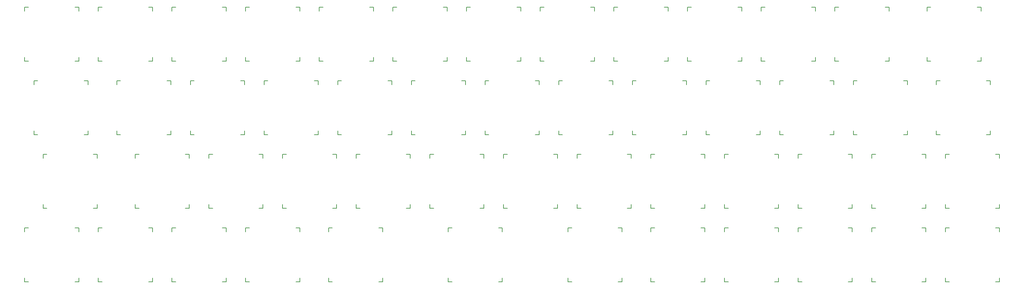
<source format=gto>
%TF.GenerationSoftware,KiCad,Pcbnew,(5.1.5)-3*%
%TF.CreationDate,2020-03-30T21:53:17+02:00*%
%TF.ProjectId,UT51,55543531-2e6b-4696-9361-645f70636258,rev?*%
%TF.SameCoordinates,Original*%
%TF.FileFunction,Legend,Top*%
%TF.FilePolarity,Positive*%
%FSLAX46Y46*%
G04 Gerber Fmt 4.6, Leading zero omitted, Abs format (unit mm)*
G04 Created by KiCad (PCBNEW (5.1.5)-3) date 2020-03-30 21:53:17*
%MOMM*%
%LPD*%
G04 APERTURE LIST*
%ADD10C,0.150000*%
%ADD11C,3.448000*%
%ADD12C,4.387800*%
%ADD13C,2.101800*%
%ADD14C,3.400000*%
%ADD15O,1.400000X2.500000*%
%ADD16C,1.050000*%
%ADD17O,1.400000X2.000000*%
G04 APERTURE END LIST*
D10*
X257825000Y-34275000D02*
X257825000Y-35275000D01*
X256825000Y-48275000D02*
X257825000Y-48275000D01*
X257825000Y-34275000D02*
X256825000Y-34275000D01*
X257825000Y-47275000D02*
X257825000Y-48275000D01*
X243825000Y-48275000D02*
X243825000Y-47275000D01*
X244825000Y-34275000D02*
X243825000Y-34275000D01*
X243825000Y-48275000D02*
X244825000Y-48275000D01*
X243825000Y-35275000D02*
X243825000Y-34275000D01*
X243537500Y-53325000D02*
X243537500Y-54325000D01*
X242537500Y-67325000D02*
X243537500Y-67325000D01*
X243537500Y-53325000D02*
X242537500Y-53325000D01*
X243537500Y-66325000D02*
X243537500Y-67325000D01*
X229537500Y-67325000D02*
X229537500Y-66325000D01*
X230537500Y-53325000D02*
X229537500Y-53325000D01*
X229537500Y-67325000D02*
X230537500Y-67325000D01*
X229537500Y-54325000D02*
X229537500Y-53325000D01*
X267637500Y-48275000D02*
X267637500Y-47275000D01*
X268637500Y-34275000D02*
X267637500Y-34275000D01*
X267637500Y-48275000D02*
X268637500Y-48275000D01*
X267637500Y-35275000D02*
X267637500Y-34275000D01*
X281637500Y-34275000D02*
X281637500Y-35275000D01*
X280637500Y-48275000D02*
X281637500Y-48275000D01*
X281637500Y-34275000D02*
X280637500Y-34275000D01*
X281637500Y-47275000D02*
X281637500Y-48275000D01*
X50656250Y-53325000D02*
X50656250Y-54325000D01*
X49656250Y-67325000D02*
X50656250Y-67325000D01*
X50656250Y-53325000D02*
X49656250Y-53325000D01*
X50656250Y-66325000D02*
X50656250Y-67325000D01*
X36656250Y-67325000D02*
X36656250Y-66325000D01*
X37656250Y-53325000D02*
X36656250Y-53325000D01*
X36656250Y-67325000D02*
X37656250Y-67325000D01*
X36656250Y-54325000D02*
X36656250Y-53325000D01*
X72087500Y-53325000D02*
X72087500Y-54325000D01*
X71087500Y-67325000D02*
X72087500Y-67325000D01*
X72087500Y-53325000D02*
X71087500Y-53325000D01*
X72087500Y-66325000D02*
X72087500Y-67325000D01*
X58087500Y-67325000D02*
X58087500Y-66325000D01*
X59087500Y-53325000D02*
X58087500Y-53325000D01*
X58087500Y-67325000D02*
X59087500Y-67325000D01*
X58087500Y-54325000D02*
X58087500Y-53325000D01*
X67325000Y-34275000D02*
X67325000Y-35275000D01*
X66325000Y-48275000D02*
X67325000Y-48275000D01*
X67325000Y-34275000D02*
X66325000Y-34275000D01*
X67325000Y-47275000D02*
X67325000Y-48275000D01*
X53325000Y-48275000D02*
X53325000Y-47275000D01*
X54325000Y-34275000D02*
X53325000Y-34275000D01*
X53325000Y-48275000D02*
X54325000Y-48275000D01*
X53325000Y-35275000D02*
X53325000Y-34275000D01*
X48275000Y-34275000D02*
X48275000Y-35275000D01*
X47275000Y-48275000D02*
X48275000Y-48275000D01*
X48275000Y-34275000D02*
X47275000Y-34275000D01*
X48275000Y-47275000D02*
X48275000Y-48275000D01*
X34275000Y-48275000D02*
X34275000Y-47275000D01*
X35275000Y-34275000D02*
X34275000Y-34275000D01*
X34275000Y-48275000D02*
X35275000Y-48275000D01*
X34275000Y-35275000D02*
X34275000Y-34275000D01*
X286400000Y-91425000D02*
X286400000Y-92425000D01*
X285400000Y-105425000D02*
X286400000Y-105425000D01*
X286400000Y-91425000D02*
X285400000Y-91425000D01*
X286400000Y-104425000D02*
X286400000Y-105425000D01*
X272400000Y-105425000D02*
X272400000Y-104425000D01*
X273400000Y-91425000D02*
X272400000Y-91425000D01*
X272400000Y-105425000D02*
X273400000Y-105425000D01*
X272400000Y-92425000D02*
X272400000Y-91425000D01*
X284018750Y-53325000D02*
X284018750Y-54325000D01*
X283018750Y-67325000D02*
X284018750Y-67325000D01*
X284018750Y-53325000D02*
X283018750Y-53325000D01*
X284018750Y-66325000D02*
X284018750Y-67325000D01*
X270018750Y-67325000D02*
X270018750Y-66325000D01*
X271018750Y-53325000D02*
X270018750Y-53325000D01*
X270018750Y-67325000D02*
X271018750Y-67325000D01*
X270018750Y-54325000D02*
X270018750Y-53325000D01*
X286400000Y-72375000D02*
X286400000Y-73375000D01*
X285400000Y-86375000D02*
X286400000Y-86375000D01*
X286400000Y-72375000D02*
X285400000Y-72375000D01*
X286400000Y-85375000D02*
X286400000Y-86375000D01*
X272400000Y-86375000D02*
X272400000Y-85375000D01*
X273400000Y-72375000D02*
X272400000Y-72375000D01*
X272400000Y-86375000D02*
X273400000Y-86375000D01*
X272400000Y-73375000D02*
X272400000Y-72375000D01*
X267350000Y-91425000D02*
X267350000Y-92425000D01*
X266350000Y-105425000D02*
X267350000Y-105425000D01*
X267350000Y-91425000D02*
X266350000Y-91425000D01*
X267350000Y-104425000D02*
X267350000Y-105425000D01*
X253350000Y-105425000D02*
X253350000Y-104425000D01*
X254350000Y-91425000D02*
X253350000Y-91425000D01*
X253350000Y-105425000D02*
X254350000Y-105425000D01*
X253350000Y-92425000D02*
X253350000Y-91425000D01*
X248300000Y-91425000D02*
X248300000Y-92425000D01*
X247300000Y-105425000D02*
X248300000Y-105425000D01*
X248300000Y-91425000D02*
X247300000Y-91425000D01*
X248300000Y-104425000D02*
X248300000Y-105425000D01*
X234300000Y-105425000D02*
X234300000Y-104425000D01*
X235300000Y-91425000D02*
X234300000Y-91425000D01*
X234300000Y-105425000D02*
X235300000Y-105425000D01*
X234300000Y-92425000D02*
X234300000Y-91425000D01*
X229250000Y-91425000D02*
X229250000Y-92425000D01*
X228250000Y-105425000D02*
X229250000Y-105425000D01*
X229250000Y-91425000D02*
X228250000Y-91425000D01*
X229250000Y-104425000D02*
X229250000Y-105425000D01*
X215250000Y-105425000D02*
X215250000Y-104425000D01*
X216250000Y-91425000D02*
X215250000Y-91425000D01*
X215250000Y-105425000D02*
X216250000Y-105425000D01*
X215250000Y-92425000D02*
X215250000Y-91425000D01*
X210200000Y-91425000D02*
X210200000Y-92425000D01*
X209200000Y-105425000D02*
X210200000Y-105425000D01*
X210200000Y-91425000D02*
X209200000Y-91425000D01*
X210200000Y-104425000D02*
X210200000Y-105425000D01*
X196200000Y-105425000D02*
X196200000Y-104425000D01*
X197200000Y-91425000D02*
X196200000Y-91425000D01*
X196200000Y-105425000D02*
X197200000Y-105425000D01*
X196200000Y-92425000D02*
X196200000Y-91425000D01*
X188768750Y-91425000D02*
X188768750Y-92425000D01*
X187768750Y-105425000D02*
X188768750Y-105425000D01*
X188768750Y-91425000D02*
X187768750Y-91425000D01*
X188768750Y-104425000D02*
X188768750Y-105425000D01*
X174768750Y-105425000D02*
X174768750Y-104425000D01*
X175768750Y-91425000D02*
X174768750Y-91425000D01*
X174768750Y-105425000D02*
X175768750Y-105425000D01*
X174768750Y-92425000D02*
X174768750Y-91425000D01*
X157812500Y-91425000D02*
X157812500Y-92425000D01*
X156812500Y-105425000D02*
X157812500Y-105425000D01*
X157812500Y-91425000D02*
X156812500Y-91425000D01*
X157812500Y-104425000D02*
X157812500Y-105425000D01*
X143812500Y-105425000D02*
X143812500Y-104425000D01*
X144812500Y-91425000D02*
X143812500Y-91425000D01*
X143812500Y-105425000D02*
X144812500Y-105425000D01*
X143812500Y-92425000D02*
X143812500Y-91425000D01*
X126856250Y-91425000D02*
X126856250Y-92425000D01*
X125856250Y-105425000D02*
X126856250Y-105425000D01*
X126856250Y-91425000D02*
X125856250Y-91425000D01*
X126856250Y-104425000D02*
X126856250Y-105425000D01*
X112856250Y-105425000D02*
X112856250Y-104425000D01*
X113856250Y-91425000D02*
X112856250Y-91425000D01*
X112856250Y-105425000D02*
X113856250Y-105425000D01*
X112856250Y-92425000D02*
X112856250Y-91425000D01*
X105425000Y-91425000D02*
X105425000Y-92425000D01*
X104425000Y-105425000D02*
X105425000Y-105425000D01*
X105425000Y-91425000D02*
X104425000Y-91425000D01*
X105425000Y-104425000D02*
X105425000Y-105425000D01*
X91425000Y-105425000D02*
X91425000Y-104425000D01*
X92425000Y-91425000D02*
X91425000Y-91425000D01*
X91425000Y-105425000D02*
X92425000Y-105425000D01*
X91425000Y-92425000D02*
X91425000Y-91425000D01*
X86375000Y-91425000D02*
X86375000Y-92425000D01*
X85375000Y-105425000D02*
X86375000Y-105425000D01*
X86375000Y-91425000D02*
X85375000Y-91425000D01*
X86375000Y-104425000D02*
X86375000Y-105425000D01*
X72375000Y-105425000D02*
X72375000Y-104425000D01*
X73375000Y-91425000D02*
X72375000Y-91425000D01*
X72375000Y-105425000D02*
X73375000Y-105425000D01*
X72375000Y-92425000D02*
X72375000Y-91425000D01*
X67325000Y-91425000D02*
X67325000Y-92425000D01*
X66325000Y-105425000D02*
X67325000Y-105425000D01*
X67325000Y-91425000D02*
X66325000Y-91425000D01*
X67325000Y-104425000D02*
X67325000Y-105425000D01*
X53325000Y-105425000D02*
X53325000Y-104425000D01*
X54325000Y-91425000D02*
X53325000Y-91425000D01*
X53325000Y-105425000D02*
X54325000Y-105425000D01*
X53325000Y-92425000D02*
X53325000Y-91425000D01*
X48275000Y-91425000D02*
X48275000Y-92425000D01*
X47275000Y-105425000D02*
X48275000Y-105425000D01*
X48275000Y-91425000D02*
X47275000Y-91425000D01*
X48275000Y-104425000D02*
X48275000Y-105425000D01*
X34275000Y-105425000D02*
X34275000Y-104425000D01*
X35275000Y-91425000D02*
X34275000Y-91425000D01*
X34275000Y-105425000D02*
X35275000Y-105425000D01*
X34275000Y-92425000D02*
X34275000Y-91425000D01*
X267350000Y-72375000D02*
X267350000Y-73375000D01*
X266350000Y-86375000D02*
X267350000Y-86375000D01*
X267350000Y-72375000D02*
X266350000Y-72375000D01*
X267350000Y-85375000D02*
X267350000Y-86375000D01*
X253350000Y-86375000D02*
X253350000Y-85375000D01*
X254350000Y-72375000D02*
X253350000Y-72375000D01*
X253350000Y-86375000D02*
X254350000Y-86375000D01*
X253350000Y-73375000D02*
X253350000Y-72375000D01*
X248300000Y-72375000D02*
X248300000Y-73375000D01*
X247300000Y-86375000D02*
X248300000Y-86375000D01*
X248300000Y-72375000D02*
X247300000Y-72375000D01*
X248300000Y-85375000D02*
X248300000Y-86375000D01*
X234300000Y-86375000D02*
X234300000Y-85375000D01*
X235300000Y-72375000D02*
X234300000Y-72375000D01*
X234300000Y-86375000D02*
X235300000Y-86375000D01*
X234300000Y-73375000D02*
X234300000Y-72375000D01*
X229250000Y-72375000D02*
X229250000Y-73375000D01*
X228250000Y-86375000D02*
X229250000Y-86375000D01*
X229250000Y-72375000D02*
X228250000Y-72375000D01*
X229250000Y-85375000D02*
X229250000Y-86375000D01*
X215250000Y-86375000D02*
X215250000Y-85375000D01*
X216250000Y-72375000D02*
X215250000Y-72375000D01*
X215250000Y-86375000D02*
X216250000Y-86375000D01*
X215250000Y-73375000D02*
X215250000Y-72375000D01*
X210200000Y-72375000D02*
X210200000Y-73375000D01*
X209200000Y-86375000D02*
X210200000Y-86375000D01*
X210200000Y-72375000D02*
X209200000Y-72375000D01*
X210200000Y-85375000D02*
X210200000Y-86375000D01*
X196200000Y-86375000D02*
X196200000Y-85375000D01*
X197200000Y-72375000D02*
X196200000Y-72375000D01*
X196200000Y-86375000D02*
X197200000Y-86375000D01*
X196200000Y-73375000D02*
X196200000Y-72375000D01*
X191150000Y-72375000D02*
X191150000Y-73375000D01*
X190150000Y-86375000D02*
X191150000Y-86375000D01*
X191150000Y-72375000D02*
X190150000Y-72375000D01*
X191150000Y-85375000D02*
X191150000Y-86375000D01*
X177150000Y-86375000D02*
X177150000Y-85375000D01*
X178150000Y-72375000D02*
X177150000Y-72375000D01*
X177150000Y-86375000D02*
X178150000Y-86375000D01*
X177150000Y-73375000D02*
X177150000Y-72375000D01*
X172100000Y-72375000D02*
X172100000Y-73375000D01*
X171100000Y-86375000D02*
X172100000Y-86375000D01*
X172100000Y-72375000D02*
X171100000Y-72375000D01*
X172100000Y-85375000D02*
X172100000Y-86375000D01*
X158100000Y-86375000D02*
X158100000Y-85375000D01*
X159100000Y-72375000D02*
X158100000Y-72375000D01*
X158100000Y-86375000D02*
X159100000Y-86375000D01*
X158100000Y-73375000D02*
X158100000Y-72375000D01*
X153050000Y-72375000D02*
X153050000Y-73375000D01*
X152050000Y-86375000D02*
X153050000Y-86375000D01*
X153050000Y-72375000D02*
X152050000Y-72375000D01*
X153050000Y-85375000D02*
X153050000Y-86375000D01*
X139050000Y-86375000D02*
X139050000Y-85375000D01*
X140050000Y-72375000D02*
X139050000Y-72375000D01*
X139050000Y-86375000D02*
X140050000Y-86375000D01*
X139050000Y-73375000D02*
X139050000Y-72375000D01*
X134000000Y-72375000D02*
X134000000Y-73375000D01*
X133000000Y-86375000D02*
X134000000Y-86375000D01*
X134000000Y-72375000D02*
X133000000Y-72375000D01*
X134000000Y-85375000D02*
X134000000Y-86375000D01*
X120000000Y-86375000D02*
X120000000Y-85375000D01*
X121000000Y-72375000D02*
X120000000Y-72375000D01*
X120000000Y-86375000D02*
X121000000Y-86375000D01*
X120000000Y-73375000D02*
X120000000Y-72375000D01*
X114950000Y-72375000D02*
X114950000Y-73375000D01*
X113950000Y-86375000D02*
X114950000Y-86375000D01*
X114950000Y-72375000D02*
X113950000Y-72375000D01*
X114950000Y-85375000D02*
X114950000Y-86375000D01*
X100950000Y-86375000D02*
X100950000Y-85375000D01*
X101950000Y-72375000D02*
X100950000Y-72375000D01*
X100950000Y-86375000D02*
X101950000Y-86375000D01*
X100950000Y-73375000D02*
X100950000Y-72375000D01*
X95900000Y-72375000D02*
X95900000Y-73375000D01*
X94900000Y-86375000D02*
X95900000Y-86375000D01*
X95900000Y-72375000D02*
X94900000Y-72375000D01*
X95900000Y-85375000D02*
X95900000Y-86375000D01*
X81900000Y-86375000D02*
X81900000Y-85375000D01*
X82900000Y-72375000D02*
X81900000Y-72375000D01*
X81900000Y-86375000D02*
X82900000Y-86375000D01*
X81900000Y-73375000D02*
X81900000Y-72375000D01*
X76850000Y-72375000D02*
X76850000Y-73375000D01*
X75850000Y-86375000D02*
X76850000Y-86375000D01*
X76850000Y-72375000D02*
X75850000Y-72375000D01*
X76850000Y-85375000D02*
X76850000Y-86375000D01*
X62850000Y-86375000D02*
X62850000Y-85375000D01*
X63850000Y-72375000D02*
X62850000Y-72375000D01*
X62850000Y-86375000D02*
X63850000Y-86375000D01*
X62850000Y-73375000D02*
X62850000Y-72375000D01*
X53037500Y-72375000D02*
X53037500Y-73375000D01*
X52037500Y-86375000D02*
X53037500Y-86375000D01*
X53037500Y-72375000D02*
X52037500Y-72375000D01*
X53037500Y-85375000D02*
X53037500Y-86375000D01*
X39037500Y-86375000D02*
X39037500Y-85375000D01*
X40037500Y-72375000D02*
X39037500Y-72375000D01*
X39037500Y-86375000D02*
X40037500Y-86375000D01*
X39037500Y-73375000D02*
X39037500Y-72375000D01*
X262587500Y-53325000D02*
X262587500Y-54325000D01*
X261587500Y-67325000D02*
X262587500Y-67325000D01*
X262587500Y-53325000D02*
X261587500Y-53325000D01*
X262587500Y-66325000D02*
X262587500Y-67325000D01*
X248587500Y-67325000D02*
X248587500Y-66325000D01*
X249587500Y-53325000D02*
X248587500Y-53325000D01*
X248587500Y-67325000D02*
X249587500Y-67325000D01*
X248587500Y-54325000D02*
X248587500Y-53325000D01*
X224487500Y-53325000D02*
X224487500Y-54325000D01*
X223487500Y-67325000D02*
X224487500Y-67325000D01*
X224487500Y-53325000D02*
X223487500Y-53325000D01*
X224487500Y-66325000D02*
X224487500Y-67325000D01*
X210487500Y-67325000D02*
X210487500Y-66325000D01*
X211487500Y-53325000D02*
X210487500Y-53325000D01*
X210487500Y-67325000D02*
X211487500Y-67325000D01*
X210487500Y-54325000D02*
X210487500Y-53325000D01*
X205437500Y-53325000D02*
X205437500Y-54325000D01*
X204437500Y-67325000D02*
X205437500Y-67325000D01*
X205437500Y-53325000D02*
X204437500Y-53325000D01*
X205437500Y-66325000D02*
X205437500Y-67325000D01*
X191437500Y-67325000D02*
X191437500Y-66325000D01*
X192437500Y-53325000D02*
X191437500Y-53325000D01*
X191437500Y-67325000D02*
X192437500Y-67325000D01*
X191437500Y-54325000D02*
X191437500Y-53325000D01*
X186387500Y-53325000D02*
X186387500Y-54325000D01*
X185387500Y-67325000D02*
X186387500Y-67325000D01*
X186387500Y-53325000D02*
X185387500Y-53325000D01*
X186387500Y-66325000D02*
X186387500Y-67325000D01*
X172387500Y-67325000D02*
X172387500Y-66325000D01*
X173387500Y-53325000D02*
X172387500Y-53325000D01*
X172387500Y-67325000D02*
X173387500Y-67325000D01*
X172387500Y-54325000D02*
X172387500Y-53325000D01*
X167337500Y-53325000D02*
X167337500Y-54325000D01*
X166337500Y-67325000D02*
X167337500Y-67325000D01*
X167337500Y-53325000D02*
X166337500Y-53325000D01*
X167337500Y-66325000D02*
X167337500Y-67325000D01*
X153337500Y-67325000D02*
X153337500Y-66325000D01*
X154337500Y-53325000D02*
X153337500Y-53325000D01*
X153337500Y-67325000D02*
X154337500Y-67325000D01*
X153337500Y-54325000D02*
X153337500Y-53325000D01*
X148287500Y-53325000D02*
X148287500Y-54325000D01*
X147287500Y-67325000D02*
X148287500Y-67325000D01*
X148287500Y-53325000D02*
X147287500Y-53325000D01*
X148287500Y-66325000D02*
X148287500Y-67325000D01*
X134287500Y-67325000D02*
X134287500Y-66325000D01*
X135287500Y-53325000D02*
X134287500Y-53325000D01*
X134287500Y-67325000D02*
X135287500Y-67325000D01*
X134287500Y-54325000D02*
X134287500Y-53325000D01*
X129237500Y-53325000D02*
X129237500Y-54325000D01*
X128237500Y-67325000D02*
X129237500Y-67325000D01*
X129237500Y-53325000D02*
X128237500Y-53325000D01*
X129237500Y-66325000D02*
X129237500Y-67325000D01*
X115237500Y-67325000D02*
X115237500Y-66325000D01*
X116237500Y-53325000D02*
X115237500Y-53325000D01*
X115237500Y-67325000D02*
X116237500Y-67325000D01*
X115237500Y-54325000D02*
X115237500Y-53325000D01*
X110187500Y-53325000D02*
X110187500Y-54325000D01*
X109187500Y-67325000D02*
X110187500Y-67325000D01*
X110187500Y-53325000D02*
X109187500Y-53325000D01*
X110187500Y-66325000D02*
X110187500Y-67325000D01*
X96187500Y-67325000D02*
X96187500Y-66325000D01*
X97187500Y-53325000D02*
X96187500Y-53325000D01*
X96187500Y-67325000D02*
X97187500Y-67325000D01*
X96187500Y-54325000D02*
X96187500Y-53325000D01*
X91137500Y-53325000D02*
X91137500Y-54325000D01*
X90137500Y-67325000D02*
X91137500Y-67325000D01*
X91137500Y-53325000D02*
X90137500Y-53325000D01*
X91137500Y-66325000D02*
X91137500Y-67325000D01*
X77137500Y-67325000D02*
X77137500Y-66325000D01*
X78137500Y-53325000D02*
X77137500Y-53325000D01*
X77137500Y-67325000D02*
X78137500Y-67325000D01*
X77137500Y-54325000D02*
X77137500Y-53325000D01*
X238775000Y-34275000D02*
X238775000Y-35275000D01*
X237775000Y-48275000D02*
X238775000Y-48275000D01*
X238775000Y-34275000D02*
X237775000Y-34275000D01*
X238775000Y-47275000D02*
X238775000Y-48275000D01*
X224775000Y-48275000D02*
X224775000Y-47275000D01*
X225775000Y-34275000D02*
X224775000Y-34275000D01*
X224775000Y-48275000D02*
X225775000Y-48275000D01*
X224775000Y-35275000D02*
X224775000Y-34275000D01*
X219725000Y-34275000D02*
X219725000Y-35275000D01*
X218725000Y-48275000D02*
X219725000Y-48275000D01*
X219725000Y-34275000D02*
X218725000Y-34275000D01*
X219725000Y-47275000D02*
X219725000Y-48275000D01*
X205725000Y-48275000D02*
X205725000Y-47275000D01*
X206725000Y-34275000D02*
X205725000Y-34275000D01*
X205725000Y-48275000D02*
X206725000Y-48275000D01*
X205725000Y-35275000D02*
X205725000Y-34275000D01*
X200675000Y-34275000D02*
X200675000Y-35275000D01*
X199675000Y-48275000D02*
X200675000Y-48275000D01*
X200675000Y-34275000D02*
X199675000Y-34275000D01*
X200675000Y-47275000D02*
X200675000Y-48275000D01*
X186675000Y-48275000D02*
X186675000Y-47275000D01*
X187675000Y-34275000D02*
X186675000Y-34275000D01*
X186675000Y-48275000D02*
X187675000Y-48275000D01*
X186675000Y-35275000D02*
X186675000Y-34275000D01*
X181625000Y-34275000D02*
X181625000Y-35275000D01*
X180625000Y-48275000D02*
X181625000Y-48275000D01*
X181625000Y-34275000D02*
X180625000Y-34275000D01*
X181625000Y-47275000D02*
X181625000Y-48275000D01*
X167625000Y-48275000D02*
X167625000Y-47275000D01*
X168625000Y-34275000D02*
X167625000Y-34275000D01*
X167625000Y-48275000D02*
X168625000Y-48275000D01*
X167625000Y-35275000D02*
X167625000Y-34275000D01*
X162575000Y-34275000D02*
X162575000Y-35275000D01*
X161575000Y-48275000D02*
X162575000Y-48275000D01*
X162575000Y-34275000D02*
X161575000Y-34275000D01*
X162575000Y-47275000D02*
X162575000Y-48275000D01*
X148575000Y-48275000D02*
X148575000Y-47275000D01*
X149575000Y-34275000D02*
X148575000Y-34275000D01*
X148575000Y-48275000D02*
X149575000Y-48275000D01*
X148575000Y-35275000D02*
X148575000Y-34275000D01*
X143525000Y-34275000D02*
X143525000Y-35275000D01*
X142525000Y-48275000D02*
X143525000Y-48275000D01*
X143525000Y-34275000D02*
X142525000Y-34275000D01*
X143525000Y-47275000D02*
X143525000Y-48275000D01*
X129525000Y-48275000D02*
X129525000Y-47275000D01*
X130525000Y-34275000D02*
X129525000Y-34275000D01*
X129525000Y-48275000D02*
X130525000Y-48275000D01*
X129525000Y-35275000D02*
X129525000Y-34275000D01*
X124475000Y-34275000D02*
X124475000Y-35275000D01*
X123475000Y-48275000D02*
X124475000Y-48275000D01*
X124475000Y-34275000D02*
X123475000Y-34275000D01*
X124475000Y-47275000D02*
X124475000Y-48275000D01*
X110475000Y-48275000D02*
X110475000Y-47275000D01*
X111475000Y-34275000D02*
X110475000Y-34275000D01*
X110475000Y-48275000D02*
X111475000Y-48275000D01*
X110475000Y-35275000D02*
X110475000Y-34275000D01*
X105425000Y-34275000D02*
X105425000Y-35275000D01*
X104425000Y-48275000D02*
X105425000Y-48275000D01*
X105425000Y-34275000D02*
X104425000Y-34275000D01*
X105425000Y-47275000D02*
X105425000Y-48275000D01*
X91425000Y-48275000D02*
X91425000Y-47275000D01*
X92425000Y-34275000D02*
X91425000Y-34275000D01*
X91425000Y-48275000D02*
X92425000Y-48275000D01*
X91425000Y-35275000D02*
X91425000Y-34275000D01*
X86375000Y-34275000D02*
X86375000Y-35275000D01*
X85375000Y-48275000D02*
X86375000Y-48275000D01*
X86375000Y-34275000D02*
X85375000Y-34275000D01*
X86375000Y-47275000D02*
X86375000Y-48275000D01*
X72375000Y-48275000D02*
X72375000Y-47275000D01*
X73375000Y-34275000D02*
X72375000Y-34275000D01*
X72375000Y-48275000D02*
X73375000Y-48275000D01*
X72375000Y-35275000D02*
X72375000Y-34275000D01*
%LPC*%
D11*
X162600000Y-104540050D03*
X138800000Y-104540050D03*
D12*
X162600000Y-89300050D03*
X138800000Y-89300050D03*
D13*
X245745000Y-41275000D03*
X255905000Y-41275000D03*
D12*
X250825000Y-41275000D03*
D14*
X247015000Y-38735000D03*
X253365000Y-36195000D03*
D13*
X231457500Y-60325000D03*
X241617500Y-60325000D03*
D12*
X236537500Y-60325000D03*
D14*
X232727500Y-57785000D03*
X239077500Y-55245000D03*
D13*
X279717500Y-41275000D03*
X269557500Y-41275000D03*
D12*
X274637500Y-41275000D03*
D14*
X278447500Y-43815000D03*
X272097500Y-46355000D03*
D13*
X38576250Y-60325000D03*
X48736250Y-60325000D03*
D12*
X43656250Y-60325000D03*
D14*
X39846250Y-57785000D03*
X46196250Y-55245000D03*
D13*
X60007500Y-60325000D03*
X70167500Y-60325000D03*
D12*
X65087500Y-60325000D03*
D14*
X61277500Y-57785000D03*
X67627500Y-55245000D03*
D13*
X55245000Y-41275000D03*
X65405000Y-41275000D03*
D12*
X60325000Y-41275000D03*
D14*
X56515000Y-38735000D03*
X62865000Y-36195000D03*
D13*
X36195000Y-41275000D03*
X46355000Y-41275000D03*
D12*
X41275000Y-41275000D03*
D14*
X37465000Y-38735000D03*
X43815000Y-36195000D03*
D15*
X269383399Y-37180000D03*
X260743399Y-37180000D03*
D16*
X262173399Y-36650000D03*
D17*
X260743399Y-33000000D03*
D16*
X267953399Y-36650000D03*
D17*
X269383399Y-33000000D03*
D13*
X274320000Y-98425000D03*
X284480000Y-98425000D03*
D12*
X279400000Y-98425000D03*
D14*
X275590000Y-95885000D03*
X281940000Y-93345000D03*
D13*
X271938750Y-60325000D03*
X282098750Y-60325000D03*
D12*
X277018750Y-60325000D03*
D14*
X273208750Y-57785000D03*
X279558750Y-55245000D03*
D13*
X274320000Y-79375000D03*
X284480000Y-79375000D03*
D12*
X279400000Y-79375000D03*
D14*
X275590000Y-76835000D03*
X281940000Y-74295000D03*
D13*
X255270000Y-98425000D03*
X265430000Y-98425000D03*
D12*
X260350000Y-98425000D03*
D14*
X256540000Y-95885000D03*
X262890000Y-93345000D03*
D13*
X236220000Y-98425000D03*
X246380000Y-98425000D03*
D12*
X241300000Y-98425000D03*
D14*
X237490000Y-95885000D03*
X243840000Y-93345000D03*
D13*
X217170000Y-98425000D03*
X227330000Y-98425000D03*
D12*
X222250000Y-98425000D03*
D14*
X218440000Y-95885000D03*
X224790000Y-93345000D03*
D13*
X198120000Y-98425000D03*
X208280000Y-98425000D03*
D12*
X203200000Y-98425000D03*
D14*
X199390000Y-95885000D03*
X205740000Y-93345000D03*
D13*
X176688750Y-98425000D03*
X186848750Y-98425000D03*
D12*
X181768750Y-98425000D03*
D14*
X177958750Y-95885000D03*
X184308750Y-93345000D03*
D13*
X145732500Y-98425000D03*
X155892500Y-98425000D03*
D12*
X150812500Y-98425000D03*
D14*
X147002500Y-95885000D03*
X153352500Y-93345000D03*
D13*
X114776250Y-98425000D03*
X124936250Y-98425000D03*
D12*
X119856250Y-98425000D03*
D14*
X116046250Y-95885000D03*
X122396250Y-93345000D03*
D13*
X93345000Y-98425000D03*
X103505000Y-98425000D03*
D12*
X98425000Y-98425000D03*
D14*
X94615000Y-95885000D03*
X100965000Y-93345000D03*
D13*
X74295000Y-98425000D03*
X84455000Y-98425000D03*
D12*
X79375000Y-98425000D03*
D14*
X75565000Y-95885000D03*
X81915000Y-93345000D03*
D13*
X55245000Y-98425000D03*
X65405000Y-98425000D03*
D12*
X60325000Y-98425000D03*
D14*
X56515000Y-95885000D03*
X62865000Y-93345000D03*
D13*
X36195000Y-98425000D03*
X46355000Y-98425000D03*
D12*
X41275000Y-98425000D03*
D14*
X37465000Y-95885000D03*
X43815000Y-93345000D03*
D13*
X255270000Y-79375000D03*
X265430000Y-79375000D03*
D12*
X260350000Y-79375000D03*
D14*
X256540000Y-76835000D03*
X262890000Y-74295000D03*
D13*
X236220000Y-79375000D03*
X246380000Y-79375000D03*
D12*
X241300000Y-79375000D03*
D14*
X237490000Y-76835000D03*
X243840000Y-74295000D03*
D13*
X217170000Y-79375000D03*
X227330000Y-79375000D03*
D12*
X222250000Y-79375000D03*
D14*
X218440000Y-76835000D03*
X224790000Y-74295000D03*
D13*
X198120000Y-79375000D03*
X208280000Y-79375000D03*
D12*
X203200000Y-79375000D03*
D14*
X199390000Y-76835000D03*
X205740000Y-74295000D03*
D13*
X179070000Y-79375000D03*
X189230000Y-79375000D03*
D12*
X184150000Y-79375000D03*
D14*
X180340000Y-76835000D03*
X186690000Y-74295000D03*
D13*
X160020000Y-79375000D03*
X170180000Y-79375000D03*
D12*
X165100000Y-79375000D03*
D14*
X161290000Y-76835000D03*
X167640000Y-74295000D03*
D13*
X140970000Y-79375000D03*
X151130000Y-79375000D03*
D12*
X146050000Y-79375000D03*
D14*
X142240000Y-76835000D03*
X148590000Y-74295000D03*
D13*
X121920000Y-79375000D03*
X132080000Y-79375000D03*
D12*
X127000000Y-79375000D03*
D14*
X123190000Y-76835000D03*
X129540000Y-74295000D03*
D13*
X102870000Y-79375000D03*
X113030000Y-79375000D03*
D12*
X107950000Y-79375000D03*
D14*
X104140000Y-76835000D03*
X110490000Y-74295000D03*
D13*
X83820000Y-79375000D03*
X93980000Y-79375000D03*
D12*
X88900000Y-79375000D03*
D14*
X85090000Y-76835000D03*
X91440000Y-74295000D03*
D13*
X64770000Y-79375000D03*
X74930000Y-79375000D03*
D12*
X69850000Y-79375000D03*
D14*
X66040000Y-76835000D03*
X72390000Y-74295000D03*
D13*
X40957500Y-79375000D03*
X51117500Y-79375000D03*
D12*
X46037500Y-79375000D03*
D14*
X42227500Y-76835000D03*
X48577500Y-74295000D03*
D13*
X250507500Y-60325000D03*
X260667500Y-60325000D03*
D12*
X255587500Y-60325000D03*
D14*
X251777500Y-57785000D03*
X258127500Y-55245000D03*
D13*
X212407500Y-60325000D03*
X222567500Y-60325000D03*
D12*
X217487500Y-60325000D03*
D14*
X213677500Y-57785000D03*
X220027500Y-55245000D03*
D13*
X193357500Y-60325000D03*
X203517500Y-60325000D03*
D12*
X198437500Y-60325000D03*
D14*
X194627500Y-57785000D03*
X200977500Y-55245000D03*
D13*
X174307500Y-60325000D03*
X184467500Y-60325000D03*
D12*
X179387500Y-60325000D03*
D14*
X175577500Y-57785000D03*
X181927500Y-55245000D03*
D13*
X155257500Y-60325000D03*
X165417500Y-60325000D03*
D12*
X160337500Y-60325000D03*
D14*
X156527500Y-57785000D03*
X162877500Y-55245000D03*
D13*
X136207500Y-60325000D03*
X146367500Y-60325000D03*
D12*
X141287500Y-60325000D03*
D14*
X137477500Y-57785000D03*
X143827500Y-55245000D03*
D13*
X117157500Y-60325000D03*
X127317500Y-60325000D03*
D12*
X122237500Y-60325000D03*
D14*
X118427500Y-57785000D03*
X124777500Y-55245000D03*
D13*
X98107500Y-60325000D03*
X108267500Y-60325000D03*
D12*
X103187500Y-60325000D03*
D14*
X99377500Y-57785000D03*
X105727500Y-55245000D03*
D13*
X79057500Y-60325000D03*
X89217500Y-60325000D03*
D12*
X84137500Y-60325000D03*
D14*
X80327500Y-57785000D03*
X86677500Y-55245000D03*
D13*
X226695000Y-41275000D03*
X236855000Y-41275000D03*
D12*
X231775000Y-41275000D03*
D14*
X227965000Y-38735000D03*
X234315000Y-36195000D03*
D13*
X207645000Y-41275000D03*
X217805000Y-41275000D03*
D12*
X212725000Y-41275000D03*
D14*
X208915000Y-38735000D03*
X215265000Y-36195000D03*
D13*
X188595000Y-41275000D03*
X198755000Y-41275000D03*
D12*
X193675000Y-41275000D03*
D14*
X189865000Y-38735000D03*
X196215000Y-36195000D03*
D13*
X169545000Y-41275000D03*
X179705000Y-41275000D03*
D12*
X174625000Y-41275000D03*
D14*
X170815000Y-38735000D03*
X177165000Y-36195000D03*
D13*
X150495000Y-41275000D03*
X160655000Y-41275000D03*
D12*
X155575000Y-41275000D03*
D14*
X151765000Y-38735000D03*
X158115000Y-36195000D03*
D13*
X131445000Y-41275000D03*
X141605000Y-41275000D03*
D12*
X136525000Y-41275000D03*
D14*
X132715000Y-38735000D03*
X139065000Y-36195000D03*
D13*
X112395000Y-41275000D03*
X122555000Y-41275000D03*
D12*
X117475000Y-41275000D03*
D14*
X113665000Y-38735000D03*
X120015000Y-36195000D03*
D13*
X93345000Y-41275000D03*
X103505000Y-41275000D03*
D12*
X98425000Y-41275000D03*
D14*
X94615000Y-38735000D03*
X100965000Y-36195000D03*
D13*
X74295000Y-41275000D03*
X84455000Y-41275000D03*
D12*
X79375000Y-41275000D03*
D14*
X75565000Y-38735000D03*
X81915000Y-36195000D03*
M02*

</source>
